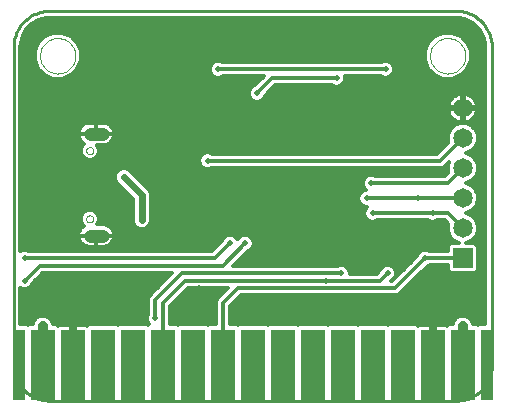
<source format=gbl>
G75*
G70*
%OFA0B0*%
%FSLAX24Y24*%
%IPPOS*%
%LPD*%
%AMOC8*
5,1,8,0,0,1.08239X$1,22.5*
%
%ADD10C,0.0100*%
%ADD11R,0.0787X0.2362*%
%ADD12R,0.0394X0.2362*%
%ADD13C,0.0000*%
%ADD14R,0.0650X0.0650*%
%ADD15C,0.0650*%
%ADD16C,0.0394*%
%ADD17C,0.0433*%
%ADD18C,0.0120*%
%ADD19C,0.0200*%
%ADD20C,0.0320*%
%ADD21C,0.0240*%
D10*
X001688Y000664D02*
X015232Y000664D01*
X015299Y000666D01*
X015366Y000672D01*
X015433Y000681D01*
X015499Y000694D01*
X015564Y000711D01*
X015628Y000731D01*
X015691Y000755D01*
X015753Y000783D01*
X015812Y000814D01*
X015870Y000848D01*
X015926Y000885D01*
X015980Y000926D01*
X016032Y000969D01*
X016081Y001015D01*
X016127Y001064D01*
X016170Y001116D01*
X016211Y001170D01*
X016248Y001226D01*
X016282Y001284D01*
X016313Y001343D01*
X016341Y001405D01*
X016365Y001468D01*
X016385Y001532D01*
X016402Y001597D01*
X016415Y001663D01*
X016424Y001730D01*
X016430Y001797D01*
X016432Y001864D01*
X016432Y012456D01*
X016430Y012523D01*
X016424Y012590D01*
X016415Y012657D01*
X016402Y012723D01*
X016385Y012788D01*
X016365Y012852D01*
X016341Y012915D01*
X016313Y012977D01*
X016282Y013036D01*
X016248Y013094D01*
X016211Y013150D01*
X016170Y013204D01*
X016127Y013256D01*
X016081Y013305D01*
X016032Y013351D01*
X015980Y013394D01*
X015926Y013435D01*
X015870Y013472D01*
X015812Y013506D01*
X015753Y013537D01*
X015691Y013565D01*
X015628Y013589D01*
X015564Y013609D01*
X015499Y013626D01*
X015433Y013639D01*
X015366Y013648D01*
X015299Y013654D01*
X015232Y013656D01*
X001688Y013656D01*
X001621Y013654D01*
X001554Y013648D01*
X001487Y013639D01*
X001421Y013626D01*
X001356Y013609D01*
X001292Y013589D01*
X001229Y013565D01*
X001167Y013537D01*
X001108Y013506D01*
X001050Y013472D01*
X000994Y013435D01*
X000940Y013394D01*
X000888Y013351D01*
X000839Y013305D01*
X000793Y013256D01*
X000750Y013204D01*
X000709Y013150D01*
X000672Y013094D01*
X000638Y013036D01*
X000607Y012977D01*
X000579Y012915D01*
X000555Y012852D01*
X000535Y012788D01*
X000518Y012723D01*
X000505Y012657D01*
X000496Y012590D01*
X000490Y012523D01*
X000488Y012456D01*
X000488Y001864D01*
X000490Y001797D01*
X000496Y001730D01*
X000505Y001663D01*
X000518Y001597D01*
X000535Y001532D01*
X000555Y001468D01*
X000579Y001405D01*
X000607Y001343D01*
X000638Y001284D01*
X000672Y001226D01*
X000709Y001170D01*
X000750Y001116D01*
X000793Y001064D01*
X000839Y001015D01*
X000888Y000969D01*
X000940Y000926D01*
X000994Y000885D01*
X001050Y000848D01*
X001108Y000814D01*
X001167Y000783D01*
X001229Y000755D01*
X001292Y000731D01*
X001356Y000711D01*
X001421Y000694D01*
X001487Y000681D01*
X001554Y000672D01*
X001621Y000666D01*
X001688Y000664D01*
D11*
X001460Y001848D03*
X002460Y001848D03*
X003460Y001848D03*
X004460Y001848D03*
X005460Y001848D03*
X006460Y001848D03*
X007460Y001848D03*
X008460Y001848D03*
X009460Y001848D03*
X010460Y001848D03*
X011460Y001848D03*
X012460Y001848D03*
X013460Y001848D03*
X014460Y001848D03*
X015460Y001848D03*
D12*
X016255Y001848D03*
X000665Y001848D03*
D13*
X002909Y006722D02*
X002911Y006743D01*
X002917Y006763D01*
X002926Y006783D01*
X002938Y006800D01*
X002953Y006814D01*
X002971Y006826D01*
X002991Y006834D01*
X003011Y006839D01*
X003032Y006840D01*
X003053Y006837D01*
X003073Y006831D01*
X003092Y006820D01*
X003109Y006807D01*
X003122Y006791D01*
X003133Y006773D01*
X003141Y006753D01*
X003145Y006733D01*
X003145Y006711D01*
X003141Y006691D01*
X003133Y006671D01*
X003122Y006653D01*
X003109Y006637D01*
X003092Y006624D01*
X003073Y006613D01*
X003053Y006607D01*
X003032Y006604D01*
X003011Y006605D01*
X002991Y006610D01*
X002971Y006618D01*
X002953Y006630D01*
X002938Y006644D01*
X002926Y006661D01*
X002917Y006681D01*
X002911Y006701D01*
X002909Y006722D01*
X002909Y008998D02*
X002911Y009019D01*
X002917Y009039D01*
X002926Y009059D01*
X002938Y009076D01*
X002953Y009090D01*
X002971Y009102D01*
X002991Y009110D01*
X003011Y009115D01*
X003032Y009116D01*
X003053Y009113D01*
X003073Y009107D01*
X003092Y009096D01*
X003109Y009083D01*
X003122Y009067D01*
X003133Y009049D01*
X003141Y009029D01*
X003145Y009009D01*
X003145Y008987D01*
X003141Y008967D01*
X003133Y008947D01*
X003122Y008929D01*
X003109Y008913D01*
X003092Y008900D01*
X003073Y008889D01*
X003053Y008883D01*
X003032Y008880D01*
X003011Y008881D01*
X002991Y008886D01*
X002971Y008894D01*
X002953Y008906D01*
X002938Y008920D01*
X002926Y008937D01*
X002917Y008957D01*
X002911Y008977D01*
X002909Y008998D01*
X001369Y012160D02*
X001371Y012208D01*
X001377Y012256D01*
X001387Y012303D01*
X001400Y012349D01*
X001418Y012394D01*
X001438Y012438D01*
X001463Y012480D01*
X001491Y012519D01*
X001521Y012556D01*
X001555Y012590D01*
X001592Y012622D01*
X001630Y012651D01*
X001671Y012676D01*
X001714Y012698D01*
X001759Y012716D01*
X001805Y012730D01*
X001852Y012741D01*
X001900Y012748D01*
X001948Y012751D01*
X001996Y012750D01*
X002044Y012745D01*
X002092Y012736D01*
X002138Y012724D01*
X002183Y012707D01*
X002227Y012687D01*
X002269Y012664D01*
X002309Y012637D01*
X002347Y012607D01*
X002382Y012574D01*
X002414Y012538D01*
X002444Y012500D01*
X002470Y012459D01*
X002492Y012416D01*
X002512Y012372D01*
X002527Y012327D01*
X002539Y012280D01*
X002547Y012232D01*
X002551Y012184D01*
X002551Y012136D01*
X002547Y012088D01*
X002539Y012040D01*
X002527Y011993D01*
X002512Y011948D01*
X002492Y011904D01*
X002470Y011861D01*
X002444Y011820D01*
X002414Y011782D01*
X002382Y011746D01*
X002347Y011713D01*
X002309Y011683D01*
X002269Y011656D01*
X002227Y011633D01*
X002183Y011613D01*
X002138Y011596D01*
X002092Y011584D01*
X002044Y011575D01*
X001996Y011570D01*
X001948Y011569D01*
X001900Y011572D01*
X001852Y011579D01*
X001805Y011590D01*
X001759Y011604D01*
X001714Y011622D01*
X001671Y011644D01*
X001630Y011669D01*
X001592Y011698D01*
X001555Y011730D01*
X001521Y011764D01*
X001491Y011801D01*
X001463Y011840D01*
X001438Y011882D01*
X001418Y011926D01*
X001400Y011971D01*
X001387Y012017D01*
X001377Y012064D01*
X001371Y012112D01*
X001369Y012160D01*
X014369Y012160D02*
X014371Y012208D01*
X014377Y012256D01*
X014387Y012303D01*
X014400Y012349D01*
X014418Y012394D01*
X014438Y012438D01*
X014463Y012480D01*
X014491Y012519D01*
X014521Y012556D01*
X014555Y012590D01*
X014592Y012622D01*
X014630Y012651D01*
X014671Y012676D01*
X014714Y012698D01*
X014759Y012716D01*
X014805Y012730D01*
X014852Y012741D01*
X014900Y012748D01*
X014948Y012751D01*
X014996Y012750D01*
X015044Y012745D01*
X015092Y012736D01*
X015138Y012724D01*
X015183Y012707D01*
X015227Y012687D01*
X015269Y012664D01*
X015309Y012637D01*
X015347Y012607D01*
X015382Y012574D01*
X015414Y012538D01*
X015444Y012500D01*
X015470Y012459D01*
X015492Y012416D01*
X015512Y012372D01*
X015527Y012327D01*
X015539Y012280D01*
X015547Y012232D01*
X015551Y012184D01*
X015551Y012136D01*
X015547Y012088D01*
X015539Y012040D01*
X015527Y011993D01*
X015512Y011948D01*
X015492Y011904D01*
X015470Y011861D01*
X015444Y011820D01*
X015414Y011782D01*
X015382Y011746D01*
X015347Y011713D01*
X015309Y011683D01*
X015269Y011656D01*
X015227Y011633D01*
X015183Y011613D01*
X015138Y011596D01*
X015092Y011584D01*
X015044Y011575D01*
X014996Y011570D01*
X014948Y011569D01*
X014900Y011572D01*
X014852Y011579D01*
X014805Y011590D01*
X014759Y011604D01*
X014714Y011622D01*
X014671Y011644D01*
X014630Y011669D01*
X014592Y011698D01*
X014555Y011730D01*
X014521Y011764D01*
X014491Y011801D01*
X014463Y011840D01*
X014438Y011882D01*
X014418Y011926D01*
X014400Y011971D01*
X014387Y012017D01*
X014377Y012064D01*
X014371Y012112D01*
X014369Y012160D01*
D14*
X015460Y005410D03*
D15*
X015460Y006410D03*
X015460Y007410D03*
X015460Y008410D03*
X015460Y009410D03*
X015460Y010410D03*
D16*
X001787Y009553D02*
X001393Y009553D01*
X001393Y006167D02*
X001787Y006167D01*
D17*
X003027Y006167D02*
X003460Y006167D01*
X003460Y009553D02*
X003027Y009553D01*
D18*
X002754Y009293D02*
X000718Y009293D01*
X000718Y009175D02*
X002782Y009175D01*
X002774Y009167D02*
X002729Y009057D01*
X002729Y008938D01*
X002774Y008829D01*
X002858Y008745D01*
X002968Y008700D01*
X003086Y008700D01*
X003196Y008745D01*
X003280Y008829D01*
X003325Y008938D01*
X003325Y009057D01*
X003280Y009167D01*
X003270Y009176D01*
X003497Y009176D01*
X003570Y009191D01*
X003638Y009219D01*
X003700Y009260D01*
X003752Y009313D01*
X003794Y009375D01*
X003822Y009443D01*
X003837Y009516D01*
X003837Y009553D01*
X003837Y009590D01*
X003822Y009663D01*
X003794Y009731D01*
X003752Y009793D01*
X003700Y009845D01*
X003638Y009887D01*
X003570Y009915D01*
X003497Y009929D01*
X003243Y009929D01*
X002990Y009929D01*
X002917Y009915D01*
X002849Y009887D01*
X002787Y009845D01*
X002734Y009793D01*
X002693Y009731D01*
X002665Y009663D01*
X002650Y009590D01*
X002650Y009553D01*
X003243Y009553D01*
X003243Y009553D01*
X002650Y009553D01*
X002650Y009516D01*
X002665Y009443D01*
X002693Y009375D01*
X002734Y009313D01*
X002787Y009260D01*
X002836Y009228D01*
X002774Y009167D01*
X002729Y009056D02*
X000718Y009056D01*
X000718Y008938D02*
X002729Y008938D01*
X002784Y008819D02*
X000718Y008819D01*
X000718Y008701D02*
X002966Y008701D01*
X003088Y008701D02*
X006680Y008701D01*
X006680Y008716D02*
X006680Y008604D01*
X006723Y008501D01*
X006801Y008423D01*
X006904Y008380D01*
X007016Y008380D01*
X007112Y008420D01*
X014758Y008420D01*
X014846Y008457D01*
X014913Y008524D01*
X014994Y008605D01*
X014955Y008510D01*
X014955Y008310D01*
X014974Y008263D01*
X014861Y008150D01*
X012562Y008150D01*
X012466Y008190D01*
X012354Y008190D01*
X012251Y008147D01*
X012173Y008069D01*
X012130Y007966D01*
X012130Y007854D01*
X012173Y007751D01*
X012234Y007690D01*
X012204Y007690D01*
X012101Y007647D01*
X012023Y007569D01*
X011980Y007466D01*
X011980Y007354D01*
X012023Y007251D01*
X012101Y007173D01*
X012204Y007130D01*
X012284Y007130D01*
X012223Y007069D01*
X012180Y006966D01*
X012180Y006854D01*
X012223Y006751D01*
X012301Y006673D01*
X012404Y006630D01*
X012516Y006630D01*
X012612Y006670D01*
X014308Y006670D01*
X014404Y006630D01*
X014516Y006630D01*
X014612Y006670D01*
X014861Y006670D01*
X014974Y006557D01*
X014955Y006510D01*
X014955Y006310D01*
X015032Y006124D01*
X015174Y005982D01*
X015335Y005915D01*
X015060Y005915D01*
X014955Y005810D01*
X014955Y005650D01*
X014362Y005650D01*
X014266Y005690D01*
X014154Y005690D01*
X014051Y005647D01*
X013973Y005569D01*
X013933Y005472D01*
X013111Y004650D01*
X013064Y004650D01*
X013119Y004673D01*
X013197Y004751D01*
X013240Y004854D01*
X013240Y004966D01*
X013197Y005069D01*
X013119Y005147D01*
X013016Y005190D01*
X012904Y005190D01*
X012801Y005147D01*
X012723Y005069D01*
X012683Y004972D01*
X012611Y004900D01*
X011690Y004900D01*
X011690Y004966D01*
X011647Y005069D01*
X011569Y005147D01*
X011466Y005190D01*
X011354Y005190D01*
X011258Y005150D01*
X007789Y005150D01*
X008272Y005633D01*
X008369Y005673D01*
X008447Y005751D01*
X008490Y005854D01*
X008490Y005966D01*
X008447Y006069D01*
X008369Y006147D01*
X008266Y006190D01*
X008154Y006190D01*
X008051Y006147D01*
X007973Y006069D01*
X007960Y006038D01*
X007947Y006069D01*
X007869Y006147D01*
X007766Y006190D01*
X007654Y006190D01*
X007551Y006147D01*
X007473Y006069D01*
X007433Y005972D01*
X007111Y005650D01*
X001012Y005650D01*
X000916Y005690D01*
X000804Y005690D01*
X000718Y005654D01*
X000718Y012456D01*
X000726Y012583D01*
X000791Y012827D01*
X000918Y013047D01*
X001097Y013226D01*
X001316Y013352D01*
X001561Y013418D01*
X001688Y013426D01*
X015232Y013426D01*
X015359Y013418D01*
X015604Y013352D01*
X015823Y013226D01*
X016002Y013047D01*
X016129Y012827D01*
X016194Y012583D01*
X016202Y012456D01*
X016202Y003209D01*
X015984Y003209D01*
X015956Y003181D01*
X015928Y003209D01*
X015800Y003209D01*
X015800Y003228D01*
X015748Y003353D01*
X015653Y003448D01*
X015528Y003500D01*
X015392Y003500D01*
X015267Y003448D01*
X015172Y003353D01*
X015120Y003228D01*
X015120Y003209D01*
X014992Y003209D01*
X014944Y003162D01*
X014915Y003178D01*
X014875Y003189D01*
X014520Y003189D01*
X014520Y001908D01*
X014400Y001908D01*
X014400Y003189D01*
X014045Y003189D01*
X014005Y003178D01*
X013976Y003162D01*
X013928Y003209D01*
X012992Y003209D01*
X012960Y003178D01*
X012928Y003209D01*
X011992Y003209D01*
X011960Y003178D01*
X011928Y003209D01*
X010992Y003209D01*
X010960Y003178D01*
X010928Y003209D01*
X009992Y003209D01*
X009960Y003178D01*
X009928Y003209D01*
X008992Y003209D01*
X008960Y003178D01*
X008928Y003209D01*
X007992Y003209D01*
X007960Y003178D01*
X007928Y003209D01*
X007700Y003209D01*
X007700Y003811D01*
X008059Y004170D01*
X013258Y004170D01*
X013346Y004207D01*
X013413Y004274D01*
X014272Y005133D01*
X014362Y005170D01*
X014955Y005170D01*
X014955Y005010D01*
X015060Y004905D01*
X015860Y004905D01*
X015965Y005010D01*
X015965Y005810D01*
X015860Y005915D01*
X015585Y005915D01*
X015746Y005982D01*
X015888Y006124D01*
X015965Y006310D01*
X015965Y006510D01*
X015888Y006696D01*
X015746Y006838D01*
X015573Y006910D01*
X015746Y006982D01*
X015888Y007124D01*
X015965Y007310D01*
X015965Y007510D01*
X015888Y007696D01*
X015746Y007838D01*
X015573Y007910D01*
X015746Y007982D01*
X015888Y008124D01*
X015965Y008310D01*
X015965Y008510D01*
X015888Y008696D01*
X015746Y008838D01*
X015573Y008910D01*
X015746Y008982D01*
X015888Y009124D01*
X015965Y009310D01*
X015965Y009510D01*
X015888Y009696D01*
X015746Y009838D01*
X015560Y009915D01*
X015360Y009915D01*
X015174Y009838D01*
X015032Y009696D01*
X014955Y009510D01*
X014955Y009310D01*
X014974Y009263D01*
X014611Y008900D01*
X007112Y008900D01*
X007016Y008940D01*
X006904Y008940D01*
X006801Y008897D01*
X006723Y008819D01*
X003270Y008819D01*
X003325Y008938D02*
X006898Y008938D01*
X007022Y008938D02*
X014648Y008938D01*
X014767Y009056D02*
X003325Y009056D01*
X003272Y009175D02*
X014885Y009175D01*
X014962Y009293D02*
X003733Y009293D01*
X003809Y009412D02*
X014955Y009412D01*
X014963Y009530D02*
X003837Y009530D01*
X003837Y009553D02*
X003243Y009553D01*
X003243Y009929D01*
X003243Y009553D01*
X003243Y009553D01*
X003837Y009553D01*
X003825Y009649D02*
X015012Y009649D01*
X015103Y009767D02*
X003770Y009767D01*
X003640Y009886D02*
X015288Y009886D01*
X015274Y009961D02*
X015346Y009937D01*
X015422Y009925D01*
X015432Y009925D01*
X015432Y010382D01*
X015488Y010382D01*
X015488Y010438D01*
X015945Y010438D01*
X015945Y010448D01*
X015933Y010524D01*
X015909Y010596D01*
X015875Y010664D01*
X015830Y010726D01*
X015776Y010780D01*
X015714Y010825D01*
X015646Y010859D01*
X015574Y010883D01*
X015498Y010895D01*
X015488Y010895D01*
X015488Y010438D01*
X015432Y010438D01*
X015432Y010895D01*
X015422Y010895D01*
X015346Y010883D01*
X015274Y010859D01*
X015206Y010825D01*
X015144Y010780D01*
X015090Y010726D01*
X015045Y010664D01*
X015011Y010596D01*
X014987Y010524D01*
X014975Y010448D01*
X014975Y010438D01*
X015432Y010438D01*
X015432Y010382D01*
X014975Y010382D01*
X014975Y010372D01*
X014987Y010296D01*
X015011Y010224D01*
X015045Y010156D01*
X015090Y010094D01*
X015144Y010040D01*
X015206Y009995D01*
X015274Y009961D01*
X015194Y010004D02*
X000718Y010004D01*
X000718Y009886D02*
X002847Y009886D01*
X002717Y009767D02*
X000718Y009767D01*
X000718Y009649D02*
X002662Y009649D01*
X002650Y009530D02*
X000718Y009530D01*
X000718Y009412D02*
X002678Y009412D01*
X003243Y009553D02*
X003243Y009553D01*
X003243Y009649D02*
X003243Y009649D01*
X003243Y009767D02*
X003243Y009767D01*
X003243Y009886D02*
X003243Y009886D01*
X003990Y008364D02*
X004100Y008410D01*
X004220Y008410D01*
X004330Y008364D01*
X005014Y007680D01*
X005060Y007570D01*
X005060Y006625D01*
X005014Y006515D01*
X004930Y006431D01*
X004820Y006385D01*
X004700Y006385D01*
X004590Y006431D01*
X004506Y006515D01*
X004460Y006625D01*
X004460Y007386D01*
X003906Y007940D01*
X003860Y008050D01*
X003860Y008170D01*
X003906Y008280D01*
X003990Y008364D01*
X003971Y008345D02*
X000718Y008345D01*
X000718Y008227D02*
X003884Y008227D01*
X003860Y008108D02*
X000718Y008108D01*
X000718Y007990D02*
X003885Y007990D01*
X003975Y007871D02*
X000718Y007871D01*
X000718Y007753D02*
X004093Y007753D01*
X004212Y007634D02*
X000718Y007634D01*
X000718Y007516D02*
X004330Y007516D01*
X004449Y007397D02*
X000718Y007397D01*
X000718Y007279D02*
X004460Y007279D01*
X004460Y007160D02*
X000718Y007160D01*
X000718Y007041D02*
X004460Y007041D01*
X004460Y006923D02*
X003248Y006923D01*
X003280Y006891D02*
X003196Y006975D01*
X003086Y007020D01*
X002968Y007020D01*
X002858Y006975D01*
X002774Y006891D01*
X002729Y006782D01*
X002729Y006663D01*
X002774Y006553D01*
X002836Y006492D01*
X002787Y006460D01*
X002734Y006407D01*
X002693Y006345D01*
X002665Y006277D01*
X002650Y006204D01*
X002650Y006167D01*
X002650Y006130D01*
X002665Y006057D01*
X002693Y005989D01*
X002734Y005927D01*
X002787Y005875D01*
X002849Y005833D01*
X002917Y005805D01*
X002990Y005791D01*
X003243Y005791D01*
X003243Y006167D01*
X002650Y006167D01*
X003243Y006167D01*
X003243Y006167D01*
X003243Y006167D01*
X003243Y005791D01*
X003497Y005791D01*
X003570Y005805D01*
X003638Y005833D01*
X003700Y005875D01*
X003752Y005927D01*
X003794Y005989D01*
X003822Y006057D01*
X003837Y006130D01*
X003837Y006167D01*
X003243Y006167D01*
X003243Y006167D01*
X003837Y006167D01*
X003837Y006204D01*
X003822Y006277D01*
X003794Y006345D01*
X003752Y006407D01*
X003700Y006460D01*
X003638Y006501D01*
X003570Y006529D01*
X003497Y006544D01*
X003270Y006544D01*
X003280Y006553D01*
X003325Y006663D01*
X003325Y006782D01*
X003280Y006891D01*
X003316Y006804D02*
X004460Y006804D01*
X004460Y006686D02*
X003325Y006686D01*
X003286Y006567D02*
X004484Y006567D01*
X004572Y006449D02*
X003711Y006449D01*
X003800Y006330D02*
X014955Y006330D01*
X014955Y006449D02*
X004948Y006449D01*
X005036Y006567D02*
X014963Y006567D01*
X014960Y006910D02*
X015460Y006410D01*
X015858Y006093D02*
X016202Y006093D01*
X016202Y005975D02*
X015729Y005975D01*
X015918Y005856D02*
X016202Y005856D01*
X016202Y005738D02*
X015965Y005738D01*
X015965Y005619D02*
X016202Y005619D01*
X016202Y005501D02*
X015965Y005501D01*
X015965Y005382D02*
X016202Y005382D01*
X016202Y005264D02*
X015965Y005264D01*
X015965Y005145D02*
X016202Y005145D01*
X016202Y005027D02*
X015965Y005027D01*
X015863Y004908D02*
X016202Y004908D01*
X016202Y004790D02*
X013929Y004790D01*
X013811Y004671D02*
X016202Y004671D01*
X016202Y004553D02*
X013692Y004553D01*
X013574Y004434D02*
X016202Y004434D01*
X016202Y004316D02*
X013455Y004316D01*
X013413Y004274D02*
X013413Y004274D01*
X013324Y004197D02*
X016202Y004197D01*
X016202Y004079D02*
X007968Y004079D01*
X007850Y003960D02*
X016202Y003960D01*
X016202Y003842D02*
X007731Y003842D01*
X007700Y003723D02*
X016202Y003723D01*
X016202Y003605D02*
X007700Y003605D01*
X007700Y003486D02*
X015360Y003486D01*
X015560Y003486D02*
X016202Y003486D01*
X016202Y003368D02*
X015733Y003368D01*
X015791Y003249D02*
X016202Y003249D01*
X015187Y003368D02*
X007700Y003368D01*
X007700Y003249D02*
X015129Y003249D01*
X014520Y003131D02*
X014400Y003131D01*
X014400Y003012D02*
X014520Y003012D01*
X014520Y002894D02*
X014400Y002894D01*
X014400Y002775D02*
X014520Y002775D01*
X014520Y002657D02*
X014400Y002657D01*
X014400Y002538D02*
X014520Y002538D01*
X014520Y002420D02*
X014400Y002420D01*
X014400Y002301D02*
X014520Y002301D01*
X014520Y002183D02*
X014400Y002183D01*
X014400Y002064D02*
X014520Y002064D01*
X014520Y001946D02*
X014400Y001946D01*
X013210Y004410D02*
X014210Y005410D01*
X015460Y005410D01*
X014955Y005145D02*
X014303Y005145D01*
X014166Y005027D02*
X014955Y005027D01*
X015057Y004908D02*
X014048Y004908D01*
X013725Y005264D02*
X007903Y005264D01*
X008022Y005382D02*
X013843Y005382D01*
X013945Y005501D02*
X008140Y005501D01*
X008259Y005619D02*
X014024Y005619D01*
X013606Y005145D02*
X013120Y005145D01*
X013215Y005027D02*
X013488Y005027D01*
X013369Y004908D02*
X013240Y004908D01*
X013251Y004790D02*
X013213Y004790D01*
X013132Y004671D02*
X013116Y004671D01*
X012960Y004910D02*
X012710Y004660D01*
X010910Y004660D01*
X006210Y004660D01*
X005460Y003910D01*
X005460Y001848D01*
X004960Y003178D02*
X004928Y003209D01*
X003992Y003209D01*
X003960Y003178D01*
X003928Y003209D01*
X002992Y003209D01*
X002944Y003162D01*
X002915Y003178D01*
X002875Y003189D01*
X002520Y003189D01*
X002520Y001908D01*
X002400Y001908D01*
X002400Y003189D01*
X002045Y003189D01*
X002005Y003178D01*
X001976Y003162D01*
X001928Y003209D01*
X001800Y003209D01*
X001800Y003228D01*
X001748Y003353D01*
X001653Y003448D01*
X001528Y003500D01*
X001392Y003500D01*
X001267Y003448D01*
X001172Y003353D01*
X001120Y003228D01*
X001120Y003209D01*
X000992Y003209D01*
X000964Y003181D01*
X000936Y003209D01*
X000718Y003209D01*
X000718Y004416D01*
X000804Y004380D01*
X000916Y004380D01*
X001019Y004423D01*
X001097Y004501D01*
X001137Y004598D01*
X001459Y004920D01*
X005781Y004920D01*
X005007Y004146D01*
X004970Y004058D01*
X004970Y003962D01*
X004970Y003562D01*
X004930Y003466D01*
X004930Y003354D01*
X004973Y003251D01*
X005015Y003209D01*
X004992Y003209D01*
X004960Y003178D01*
X004975Y003249D02*
X001791Y003249D01*
X001733Y003368D02*
X004930Y003368D01*
X004939Y003486D02*
X001560Y003486D01*
X001360Y003486D02*
X000718Y003486D01*
X000718Y003368D02*
X001187Y003368D01*
X001129Y003249D02*
X000718Y003249D01*
X000718Y003605D02*
X004970Y003605D01*
X004970Y003723D02*
X000718Y003723D01*
X000718Y003842D02*
X004970Y003842D01*
X004970Y003960D02*
X000718Y003960D01*
X000718Y004079D02*
X004979Y004079D01*
X005058Y004197D02*
X000718Y004197D01*
X000718Y004316D02*
X005177Y004316D01*
X005295Y004434D02*
X001030Y004434D01*
X001119Y004553D02*
X005414Y004553D01*
X005532Y004671D02*
X001211Y004671D01*
X001329Y004790D02*
X005651Y004790D01*
X005769Y004908D02*
X001448Y004908D01*
X001360Y005160D02*
X000860Y004660D01*
X001360Y005160D02*
X007460Y005160D01*
X008210Y005910D01*
X008434Y005738D02*
X014955Y005738D01*
X015002Y005856D02*
X008490Y005856D01*
X008486Y005975D02*
X015191Y005975D01*
X015062Y006093D02*
X008422Y006093D01*
X007998Y006093D02*
X007922Y006093D01*
X007710Y005910D02*
X007210Y005410D01*
X000860Y005410D01*
X000718Y005738D02*
X007199Y005738D01*
X007317Y005856D02*
X003673Y005856D01*
X003785Y005975D02*
X007434Y005975D01*
X007498Y006093D02*
X003829Y006093D01*
X003835Y006212D02*
X014995Y006212D01*
X014960Y006910D02*
X014460Y006910D01*
X012460Y006910D01*
X012201Y006804D02*
X005060Y006804D01*
X005060Y006686D02*
X012288Y006686D01*
X012180Y006923D02*
X005060Y006923D01*
X005060Y007041D02*
X012211Y007041D01*
X012132Y007160D02*
X005060Y007160D01*
X005060Y007279D02*
X012011Y007279D01*
X011980Y007397D02*
X005060Y007397D01*
X005060Y007516D02*
X012001Y007516D01*
X012088Y007634D02*
X005033Y007634D01*
X004942Y007753D02*
X012172Y007753D01*
X012130Y007871D02*
X004823Y007871D01*
X004705Y007990D02*
X012140Y007990D01*
X012212Y008108D02*
X004586Y008108D01*
X004468Y008227D02*
X014937Y008227D01*
X014955Y008345D02*
X004349Y008345D01*
X002806Y006923D02*
X000718Y006923D01*
X000718Y006804D02*
X002738Y006804D01*
X002729Y006686D02*
X000718Y006686D01*
X000718Y006567D02*
X002768Y006567D01*
X002776Y006449D02*
X000718Y006449D01*
X000718Y006330D02*
X002687Y006330D01*
X002652Y006212D02*
X000718Y006212D01*
X000718Y006093D02*
X002658Y006093D01*
X002702Y005975D02*
X000718Y005975D01*
X000718Y005856D02*
X002814Y005856D01*
X003243Y005856D02*
X003243Y005856D01*
X003243Y005975D02*
X003243Y005975D01*
X003243Y006093D02*
X003243Y006093D01*
X005210Y004010D02*
X006110Y004910D01*
X011410Y004910D01*
X011690Y004908D02*
X012619Y004908D01*
X012705Y005027D02*
X011665Y005027D01*
X011570Y005145D02*
X012800Y005145D01*
X013210Y004410D02*
X007960Y004410D01*
X007460Y003910D01*
X007460Y001848D01*
X006960Y003178D02*
X006928Y003209D01*
X005992Y003209D01*
X005960Y003178D01*
X005928Y003209D01*
X005700Y003209D01*
X005700Y003811D01*
X006309Y004420D01*
X007631Y004420D01*
X007257Y004046D01*
X007220Y003958D01*
X007220Y003862D01*
X007220Y003209D01*
X006992Y003209D01*
X006960Y003178D01*
X007220Y003249D02*
X005700Y003249D01*
X005700Y003368D02*
X007220Y003368D01*
X007220Y003486D02*
X005700Y003486D01*
X005700Y003605D02*
X007220Y003605D01*
X007220Y003723D02*
X005700Y003723D01*
X005731Y003842D02*
X007220Y003842D01*
X007221Y003960D02*
X005850Y003960D01*
X005968Y004079D02*
X007290Y004079D01*
X007408Y004197D02*
X006087Y004197D01*
X006205Y004316D02*
X007527Y004316D01*
X005210Y004010D02*
X005210Y003410D01*
X002520Y003131D02*
X002400Y003131D01*
X002400Y003012D02*
X002520Y003012D01*
X002520Y002894D02*
X002400Y002894D01*
X002400Y002775D02*
X002520Y002775D01*
X002520Y002657D02*
X002400Y002657D01*
X002400Y002538D02*
X002520Y002538D01*
X002520Y002420D02*
X002400Y002420D01*
X002400Y002301D02*
X002520Y002301D01*
X002520Y002183D02*
X002400Y002183D01*
X002400Y002064D02*
X002520Y002064D01*
X002520Y001946D02*
X002400Y001946D01*
X000718Y008464D02*
X006761Y008464D01*
X006689Y008582D02*
X000718Y008582D01*
X000718Y010123D02*
X015069Y010123D01*
X015005Y010241D02*
X000718Y010241D01*
X000718Y010360D02*
X014977Y010360D01*
X014980Y010478D02*
X000718Y010478D01*
X000718Y010597D02*
X015011Y010597D01*
X015082Y010715D02*
X008811Y010715D01*
X008847Y010751D02*
X008887Y010848D01*
X009209Y011170D01*
X011108Y011170D01*
X011204Y011130D01*
X011316Y011130D01*
X011419Y011173D01*
X011497Y011251D01*
X011540Y011354D01*
X011540Y011466D01*
X011538Y011470D01*
X012742Y011470D01*
X012839Y011430D01*
X012950Y011430D01*
X013053Y011473D01*
X013132Y011551D01*
X013174Y011654D01*
X013174Y011766D01*
X013132Y011869D01*
X013053Y011947D01*
X012950Y011990D01*
X012839Y011990D01*
X012742Y011950D01*
X007462Y011950D01*
X007366Y011990D01*
X007254Y011990D01*
X007151Y011947D01*
X007073Y011869D01*
X007030Y011766D01*
X007030Y011654D01*
X007073Y011551D01*
X007151Y011473D01*
X007254Y011430D01*
X007366Y011430D01*
X007462Y011470D01*
X008831Y011470D01*
X008548Y011187D01*
X008451Y011147D01*
X008373Y011069D01*
X008330Y010966D01*
X008330Y010854D01*
X008373Y010751D01*
X008451Y010673D01*
X008554Y010630D01*
X008666Y010630D01*
X008769Y010673D01*
X008847Y010751D01*
X008881Y010834D02*
X015223Y010834D01*
X015432Y010834D02*
X015488Y010834D01*
X015488Y010715D02*
X015432Y010715D01*
X015432Y010597D02*
X015488Y010597D01*
X015488Y010478D02*
X015432Y010478D01*
X015488Y010382D02*
X015945Y010382D01*
X015945Y010372D01*
X015933Y010296D01*
X015909Y010224D01*
X015875Y010156D01*
X015830Y010094D01*
X015776Y010040D01*
X015714Y009995D01*
X015646Y009961D01*
X015574Y009937D01*
X015498Y009925D01*
X015488Y009925D01*
X015488Y010382D01*
X015488Y010360D02*
X015432Y010360D01*
X015432Y010241D02*
X015488Y010241D01*
X015488Y010123D02*
X015432Y010123D01*
X015432Y010004D02*
X015488Y010004D01*
X015632Y009886D02*
X016202Y009886D01*
X016202Y010004D02*
X015726Y010004D01*
X015851Y010123D02*
X016202Y010123D01*
X016202Y010241D02*
X015915Y010241D01*
X015943Y010360D02*
X016202Y010360D01*
X016202Y010478D02*
X015940Y010478D01*
X015909Y010597D02*
X016202Y010597D01*
X016202Y010715D02*
X015838Y010715D01*
X015697Y010834D02*
X016202Y010834D01*
X016202Y010952D02*
X008991Y010952D01*
X009110Y011071D02*
X016202Y011071D01*
X016202Y011189D02*
X011435Y011189D01*
X011521Y011308D02*
X016202Y011308D01*
X016202Y011426D02*
X015202Y011426D01*
X015113Y011389D02*
X015396Y011507D01*
X015613Y011724D01*
X015731Y012007D01*
X015731Y012313D01*
X015613Y012596D01*
X015396Y012813D01*
X015113Y012931D01*
X014807Y012931D01*
X014524Y012813D01*
X014307Y012596D01*
X014189Y012313D01*
X014189Y012007D01*
X014307Y011724D01*
X014524Y011507D01*
X014807Y011389D01*
X015113Y011389D01*
X015434Y011545D02*
X016202Y011545D01*
X016202Y011663D02*
X015553Y011663D01*
X015637Y011782D02*
X016202Y011782D01*
X016202Y011900D02*
X015686Y011900D01*
X015731Y012019D02*
X016202Y012019D01*
X016202Y012137D02*
X015731Y012137D01*
X015731Y012256D02*
X016202Y012256D01*
X016202Y012374D02*
X015705Y012374D01*
X015656Y012493D02*
X016200Y012493D01*
X016187Y012611D02*
X015599Y012611D01*
X015480Y012730D02*
X016155Y012730D01*
X016117Y012848D02*
X015313Y012848D01*
X015845Y013204D02*
X001075Y013204D01*
X000956Y013085D02*
X015964Y013085D01*
X016048Y012967D02*
X000872Y012967D01*
X000803Y012848D02*
X001607Y012848D01*
X001524Y012813D02*
X001307Y012596D01*
X001189Y012313D01*
X001189Y012007D01*
X001307Y011724D01*
X001524Y011507D01*
X001807Y011389D01*
X002113Y011389D01*
X002396Y011507D01*
X002613Y011724D01*
X002731Y012007D01*
X002731Y012313D01*
X002613Y012596D01*
X002396Y012813D01*
X002113Y012931D01*
X001807Y012931D01*
X001524Y012813D01*
X001440Y012730D02*
X000765Y012730D01*
X000733Y012611D02*
X001321Y012611D01*
X001264Y012493D02*
X000720Y012493D01*
X000718Y012374D02*
X001215Y012374D01*
X001189Y012256D02*
X000718Y012256D01*
X000718Y012137D02*
X001189Y012137D01*
X001189Y012019D02*
X000718Y012019D01*
X000718Y011900D02*
X001234Y011900D01*
X001283Y011782D02*
X000718Y011782D01*
X000718Y011663D02*
X001367Y011663D01*
X001486Y011545D02*
X000718Y011545D01*
X000718Y011426D02*
X001718Y011426D01*
X002202Y011426D02*
X008787Y011426D01*
X008668Y011308D02*
X000718Y011308D01*
X000718Y011189D02*
X008550Y011189D01*
X008375Y011071D02*
X000718Y011071D01*
X000718Y010952D02*
X008330Y010952D01*
X008339Y010834D02*
X000718Y010834D01*
X000718Y010715D02*
X008409Y010715D01*
X008610Y010910D02*
X009110Y011410D01*
X011260Y011410D01*
X011540Y011426D02*
X014718Y011426D01*
X014486Y011545D02*
X013125Y011545D01*
X013174Y011663D02*
X014367Y011663D01*
X014283Y011782D02*
X013168Y011782D01*
X013100Y011900D02*
X014234Y011900D01*
X014189Y012019D02*
X002731Y012019D01*
X002731Y012137D02*
X014189Y012137D01*
X014189Y012256D02*
X002731Y012256D01*
X002705Y012374D02*
X014215Y012374D01*
X014264Y012493D02*
X002656Y012493D01*
X002599Y012611D02*
X014321Y012611D01*
X014440Y012730D02*
X002480Y012730D01*
X002313Y012848D02*
X014607Y012848D01*
X015656Y013322D02*
X001264Y013322D01*
X002686Y011900D02*
X007104Y011900D01*
X007037Y011782D02*
X002637Y011782D01*
X002553Y011663D02*
X007030Y011663D01*
X007080Y011545D02*
X002434Y011545D01*
X006723Y008819D02*
X006680Y008716D01*
X006960Y008660D02*
X014710Y008660D01*
X015460Y009410D01*
X015817Y009767D02*
X016202Y009767D01*
X016202Y009649D02*
X015908Y009649D01*
X015957Y009530D02*
X016202Y009530D01*
X016202Y009412D02*
X015965Y009412D01*
X015958Y009293D02*
X016202Y009293D01*
X016202Y009175D02*
X015909Y009175D01*
X015820Y009056D02*
X016202Y009056D01*
X016202Y008938D02*
X015639Y008938D01*
X015765Y008819D02*
X016202Y008819D01*
X016202Y008701D02*
X015884Y008701D01*
X015935Y008582D02*
X016202Y008582D01*
X016202Y008464D02*
X015965Y008464D01*
X015965Y008345D02*
X016202Y008345D01*
X016202Y008227D02*
X015931Y008227D01*
X015872Y008108D02*
X016202Y008108D01*
X016202Y007990D02*
X015754Y007990D01*
X015667Y007871D02*
X016202Y007871D01*
X016202Y007753D02*
X015832Y007753D01*
X015914Y007634D02*
X016202Y007634D01*
X016202Y007516D02*
X015963Y007516D01*
X015965Y007397D02*
X016202Y007397D01*
X016202Y007279D02*
X015952Y007279D01*
X015903Y007160D02*
X016202Y007160D01*
X016202Y007041D02*
X015806Y007041D01*
X015604Y006923D02*
X016202Y006923D01*
X016202Y006804D02*
X015780Y006804D01*
X015892Y006686D02*
X016202Y006686D01*
X016202Y006567D02*
X015941Y006567D01*
X015965Y006449D02*
X016202Y006449D01*
X016202Y006330D02*
X015965Y006330D01*
X015925Y006212D02*
X016202Y006212D01*
X015460Y007410D02*
X013960Y007410D01*
X012260Y007410D01*
X012410Y007910D02*
X014960Y007910D01*
X015460Y008410D01*
X014985Y008582D02*
X014971Y008582D01*
X014955Y008464D02*
X014853Y008464D01*
X012894Y011710D02*
X007310Y011710D01*
D19*
X007310Y011710D03*
X007510Y010960D03*
X007710Y010160D03*
X008610Y010910D03*
X008560Y012110D03*
X009460Y012810D03*
X010160Y012310D03*
X011260Y011410D03*
X010560Y010710D03*
X011660Y010510D03*
X012510Y010810D03*
X013310Y010610D03*
X012894Y011710D03*
X013510Y009360D03*
X013560Y008310D03*
X013960Y007410D03*
X014460Y006910D03*
X013010Y006510D03*
X012460Y006910D03*
X012260Y007410D03*
X012410Y007910D03*
X011710Y006960D03*
X010360Y005810D03*
X009260Y005510D03*
X008710Y005660D03*
X008210Y005910D03*
X007710Y005910D03*
X008460Y007160D03*
X009160Y007560D03*
X007710Y008160D03*
X006960Y008660D03*
X006210Y008160D03*
X005210Y008410D03*
X004960Y008010D03*
X004160Y008110D03*
X005210Y009410D03*
X005960Y010160D03*
X006560Y010810D03*
X005210Y010660D03*
X005210Y011660D03*
X003460Y012160D03*
X002410Y011060D03*
X003460Y010910D03*
X002460Y009310D03*
X001210Y009910D03*
X001210Y008660D03*
X001210Y007160D03*
X002260Y006560D03*
X000860Y005410D03*
X000860Y004660D03*
X000960Y003860D03*
X001460Y003160D03*
X002460Y003410D03*
X004260Y004760D03*
X004560Y004610D03*
X005210Y004660D03*
X005710Y005910D03*
X004760Y006685D03*
X005460Y006910D03*
X003760Y005710D03*
X004710Y003410D03*
X005210Y003410D03*
X006660Y004410D03*
X008960Y003410D03*
X010710Y003410D03*
X010910Y004660D03*
X011410Y004910D03*
X012960Y004910D03*
X014210Y005410D03*
X014460Y004660D03*
X014460Y003410D03*
X015460Y003160D03*
X012710Y003410D03*
X004560Y013210D03*
D20*
X001460Y003160D02*
X001460Y001848D01*
X015460Y001848D02*
X015460Y003160D01*
D21*
X004760Y006685D02*
X004760Y007510D01*
X004160Y008110D01*
M02*

</source>
